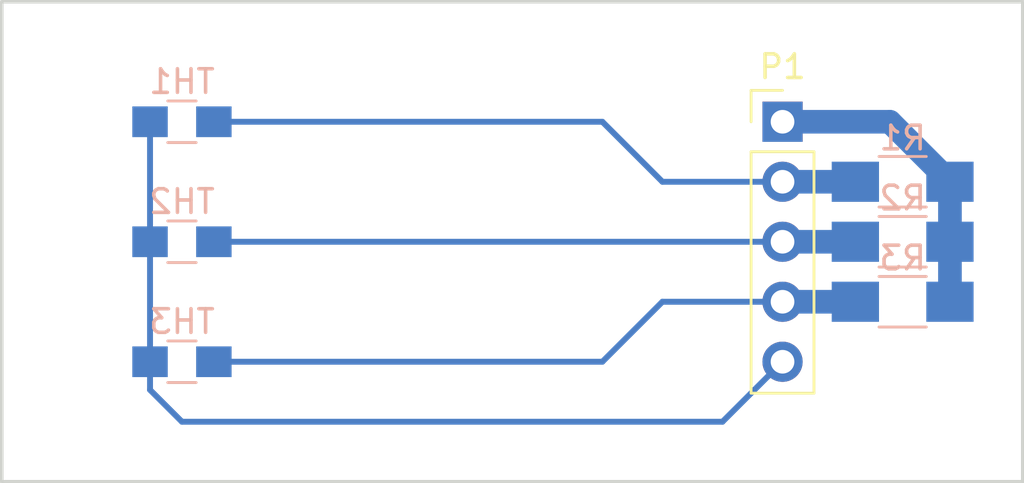
<source format=kicad_pcb>
(kicad_pcb (version 4) (host pcbnew "(2015-12-10 BZR 6367)-product")

  (general
    (links 12)
    (no_connects 0)
    (area 0 0 0 0)
    (thickness 1.6)
    (drawings 4)
    (tracks 20)
    (zones 0)
    (modules 7)
    (nets 6)
  )

  (page A4)
  (layers
    (0 F.Cu signal)
    (31 B.Cu signal)
    (32 B.Adhes user)
    (33 F.Adhes user)
    (34 B.Paste user)
    (35 F.Paste user)
    (36 B.SilkS user)
    (37 F.SilkS user)
    (38 B.Mask user)
    (39 F.Mask user)
    (40 Dwgs.User user)
    (41 Cmts.User user)
    (42 Eco1.User user)
    (43 Eco2.User user)
    (44 Edge.Cuts user)
    (45 Margin user)
    (46 B.CrtYd user)
    (47 F.CrtYd user)
    (48 B.Fab user)
    (49 F.Fab user)
  )

  (setup
    (last_trace_width 0.25)
    (user_trace_width 0.25)
    (user_trace_width 1)
    (trace_clearance 0.2)
    (zone_clearance 0.508)
    (zone_45_only no)
    (trace_min 0.2)
    (segment_width 0.2)
    (edge_width 0.15)
    (via_size 0.6)
    (via_drill 0.4)
    (via_min_size 0.4)
    (via_min_drill 0.3)
    (uvia_size 0.3)
    (uvia_drill 0.1)
    (uvias_allowed no)
    (uvia_min_size 0.2)
    (uvia_min_drill 0.1)
    (pcb_text_width 0.3)
    (pcb_text_size 1.5 1.5)
    (mod_edge_width 0.15)
    (mod_text_size 1 1)
    (mod_text_width 0.15)
    (pad_size 1.524 1.524)
    (pad_drill 0.762)
    (pad_to_mask_clearance 0.2)
    (aux_axis_origin 0 0)
    (visible_elements FFFFFF7F)
    (pcbplotparams
      (layerselection 0x00030_ffffffff)
      (usegerberextensions false)
      (excludeedgelayer true)
      (linewidth 0.100000)
      (plotframeref false)
      (viasonmask false)
      (mode 1)
      (useauxorigin false)
      (hpglpennumber 1)
      (hpglpenspeed 20)
      (hpglpendiameter 15)
      (hpglpenoverlay 2)
      (psnegative false)
      (psa4output false)
      (plotreference true)
      (plotvalue true)
      (plotinvisibletext false)
      (padsonsilk false)
      (subtractmaskfromsilk false)
      (outputformat 1)
      (mirror false)
      (drillshape 1)
      (scaleselection 1)
      (outputdirectory ""))
  )

  (net 0 "")
  (net 1 +5V)
  (net 2 "Net-(P1-Pad2)")
  (net 3 "Net-(P1-Pad3)")
  (net 4 "Net-(P1-Pad4)")
  (net 5 GND)

  (net_class Default "Это класс цепей по умолчанию."
    (clearance 0.2)
    (trace_width 0.25)
    (via_dia 0.6)
    (via_drill 0.4)
    (uvia_dia 0.3)
    (uvia_drill 0.1)
    (add_net +5V)
    (add_net GND)
    (add_net "Net-(P1-Pad2)")
    (add_net "Net-(P1-Pad3)")
    (add_net "Net-(P1-Pad4)")
  )

  (module Pin_Headers:Pin_Header_Straight_1x05_Pitch2.54mm (layer F.Cu) (tedit 58CD4EC1) (tstamp 59187C36)
    (at 202.184 66.04)
    (descr "Through hole straight pin header, 1x05, 2.54mm pitch, single row")
    (tags "Through hole pin header THT 1x05 2.54mm single row")
    (path /59187D4F)
    (fp_text reference P1 (at 0 -2.33) (layer F.SilkS)
      (effects (font (size 1 1) (thickness 0.15)))
    )
    (fp_text value CONN_01X05 (at 0 12.49) (layer F.Fab)
      (effects (font (size 1 1) (thickness 0.15)))
    )
    (fp_line (start -1.27 -1.27) (end -1.27 11.43) (layer F.Fab) (width 0.1))
    (fp_line (start -1.27 11.43) (end 1.27 11.43) (layer F.Fab) (width 0.1))
    (fp_line (start 1.27 11.43) (end 1.27 -1.27) (layer F.Fab) (width 0.1))
    (fp_line (start 1.27 -1.27) (end -1.27 -1.27) (layer F.Fab) (width 0.1))
    (fp_line (start -1.33 1.27) (end -1.33 11.49) (layer F.SilkS) (width 0.12))
    (fp_line (start -1.33 11.49) (end 1.33 11.49) (layer F.SilkS) (width 0.12))
    (fp_line (start 1.33 11.49) (end 1.33 1.27) (layer F.SilkS) (width 0.12))
    (fp_line (start 1.33 1.27) (end -1.33 1.27) (layer F.SilkS) (width 0.12))
    (fp_line (start -1.33 0) (end -1.33 -1.33) (layer F.SilkS) (width 0.12))
    (fp_line (start -1.33 -1.33) (end 0 -1.33) (layer F.SilkS) (width 0.12))
    (fp_line (start -1.8 -1.8) (end -1.8 11.95) (layer F.CrtYd) (width 0.05))
    (fp_line (start -1.8 11.95) (end 1.8 11.95) (layer F.CrtYd) (width 0.05))
    (fp_line (start 1.8 11.95) (end 1.8 -1.8) (layer F.CrtYd) (width 0.05))
    (fp_line (start 1.8 -1.8) (end -1.8 -1.8) (layer F.CrtYd) (width 0.05))
    (fp_text user %R (at 0 -2.33) (layer F.Fab)
      (effects (font (size 1 1) (thickness 0.15)))
    )
    (pad 1 thru_hole rect (at 0 0) (size 1.7 1.7) (drill 1) (layers *.Cu *.Mask)
      (net 1 +5V))
    (pad 2 thru_hole oval (at 0 2.54) (size 1.7 1.7) (drill 1) (layers *.Cu *.Mask)
      (net 2 "Net-(P1-Pad2)"))
    (pad 3 thru_hole oval (at 0 5.08) (size 1.7 1.7) (drill 1) (layers *.Cu *.Mask)
      (net 3 "Net-(P1-Pad3)"))
    (pad 4 thru_hole oval (at 0 7.62) (size 1.7 1.7) (drill 1) (layers *.Cu *.Mask)
      (net 4 "Net-(P1-Pad4)"))
    (pad 5 thru_hole oval (at 0 10.16) (size 1.7 1.7) (drill 1) (layers *.Cu *.Mask)
      (net 5 GND))
    (model ${KISYS3DMOD}/Pin_Headers.3dshapes/Pin_Header_Straight_1x05_Pitch2.54mm.wrl
      (at (xyz 0 -0.2 0))
      (scale (xyz 1 1 1))
      (rotate (xyz 0 0 90))
    )
  )

  (module Resistors_SMD:R_1206_HandSoldering (layer B.Cu) (tedit 58E0A804) (tstamp 59187C3C)
    (at 207.264 68.58 180)
    (descr "Resistor SMD 1206, hand soldering")
    (tags "resistor 1206")
    (path /59187BB3)
    (attr smd)
    (fp_text reference R1 (at 0 1.85 180) (layer B.SilkS)
      (effects (font (size 1 1) (thickness 0.15)) (justify mirror))
    )
    (fp_text value 30 (at 0 -1.9 180) (layer B.Fab)
      (effects (font (size 1 1) (thickness 0.15)) (justify mirror))
    )
    (fp_text user %R (at 0 0 180) (layer B.Fab)
      (effects (font (size 0.7 0.7) (thickness 0.105)) (justify mirror))
    )
    (fp_line (start -1.6 -0.8) (end -1.6 0.8) (layer B.Fab) (width 0.1))
    (fp_line (start 1.6 -0.8) (end -1.6 -0.8) (layer B.Fab) (width 0.1))
    (fp_line (start 1.6 0.8) (end 1.6 -0.8) (layer B.Fab) (width 0.1))
    (fp_line (start -1.6 0.8) (end 1.6 0.8) (layer B.Fab) (width 0.1))
    (fp_line (start 1 -1.07) (end -1 -1.07) (layer B.SilkS) (width 0.12))
    (fp_line (start -1 1.07) (end 1 1.07) (layer B.SilkS) (width 0.12))
    (fp_line (start -3.25 1.11) (end 3.25 1.11) (layer B.CrtYd) (width 0.05))
    (fp_line (start -3.25 1.11) (end -3.25 -1.1) (layer B.CrtYd) (width 0.05))
    (fp_line (start 3.25 -1.1) (end 3.25 1.11) (layer B.CrtYd) (width 0.05))
    (fp_line (start 3.25 -1.1) (end -3.25 -1.1) (layer B.CrtYd) (width 0.05))
    (pad 1 smd rect (at -2 0 180) (size 2 1.7) (layers B.Cu B.Paste B.Mask)
      (net 1 +5V))
    (pad 2 smd rect (at 2 0 180) (size 2 1.7) (layers B.Cu B.Paste B.Mask)
      (net 2 "Net-(P1-Pad2)"))
    (model ${KISYS3DMOD}/Resistors_SMD.3dshapes/R_1206.wrl
      (at (xyz 0 0 0))
      (scale (xyz 1 1 1))
      (rotate (xyz 0 0 0))
    )
  )

  (module Resistors_SMD:R_1206_HandSoldering (layer B.Cu) (tedit 58E0A804) (tstamp 59187C42)
    (at 207.264 71.12 180)
    (descr "Resistor SMD 1206, hand soldering")
    (tags "resistor 1206")
    (path /59187CDD)
    (attr smd)
    (fp_text reference R2 (at 0 1.85 180) (layer B.SilkS)
      (effects (font (size 1 1) (thickness 0.15)) (justify mirror))
    )
    (fp_text value 30 (at 0 -1.9 180) (layer B.Fab)
      (effects (font (size 1 1) (thickness 0.15)) (justify mirror))
    )
    (fp_text user %R (at 0 0 180) (layer B.Fab)
      (effects (font (size 0.7 0.7) (thickness 0.105)) (justify mirror))
    )
    (fp_line (start -1.6 -0.8) (end -1.6 0.8) (layer B.Fab) (width 0.1))
    (fp_line (start 1.6 -0.8) (end -1.6 -0.8) (layer B.Fab) (width 0.1))
    (fp_line (start 1.6 0.8) (end 1.6 -0.8) (layer B.Fab) (width 0.1))
    (fp_line (start -1.6 0.8) (end 1.6 0.8) (layer B.Fab) (width 0.1))
    (fp_line (start 1 -1.07) (end -1 -1.07) (layer B.SilkS) (width 0.12))
    (fp_line (start -1 1.07) (end 1 1.07) (layer B.SilkS) (width 0.12))
    (fp_line (start -3.25 1.11) (end 3.25 1.11) (layer B.CrtYd) (width 0.05))
    (fp_line (start -3.25 1.11) (end -3.25 -1.1) (layer B.CrtYd) (width 0.05))
    (fp_line (start 3.25 -1.1) (end 3.25 1.11) (layer B.CrtYd) (width 0.05))
    (fp_line (start 3.25 -1.1) (end -3.25 -1.1) (layer B.CrtYd) (width 0.05))
    (pad 1 smd rect (at -2 0 180) (size 2 1.7) (layers B.Cu B.Paste B.Mask)
      (net 1 +5V))
    (pad 2 smd rect (at 2 0 180) (size 2 1.7) (layers B.Cu B.Paste B.Mask)
      (net 3 "Net-(P1-Pad3)"))
    (model ${KISYS3DMOD}/Resistors_SMD.3dshapes/R_1206.wrl
      (at (xyz 0 0 0))
      (scale (xyz 1 1 1))
      (rotate (xyz 0 0 0))
    )
  )

  (module Resistors_SMD:R_1206_HandSoldering (layer B.Cu) (tedit 58E0A804) (tstamp 59187C48)
    (at 207.264 73.66 180)
    (descr "Resistor SMD 1206, hand soldering")
    (tags "resistor 1206")
    (path /59187D26)
    (attr smd)
    (fp_text reference R3 (at 0 1.85 180) (layer B.SilkS)
      (effects (font (size 1 1) (thickness 0.15)) (justify mirror))
    )
    (fp_text value 30 (at 0 -1.9 180) (layer B.Fab)
      (effects (font (size 1 1) (thickness 0.15)) (justify mirror))
    )
    (fp_text user %R (at 0 0 180) (layer B.Fab)
      (effects (font (size 0.7 0.7) (thickness 0.105)) (justify mirror))
    )
    (fp_line (start -1.6 -0.8) (end -1.6 0.8) (layer B.Fab) (width 0.1))
    (fp_line (start 1.6 -0.8) (end -1.6 -0.8) (layer B.Fab) (width 0.1))
    (fp_line (start 1.6 0.8) (end 1.6 -0.8) (layer B.Fab) (width 0.1))
    (fp_line (start -1.6 0.8) (end 1.6 0.8) (layer B.Fab) (width 0.1))
    (fp_line (start 1 -1.07) (end -1 -1.07) (layer B.SilkS) (width 0.12))
    (fp_line (start -1 1.07) (end 1 1.07) (layer B.SilkS) (width 0.12))
    (fp_line (start -3.25 1.11) (end 3.25 1.11) (layer B.CrtYd) (width 0.05))
    (fp_line (start -3.25 1.11) (end -3.25 -1.1) (layer B.CrtYd) (width 0.05))
    (fp_line (start 3.25 -1.1) (end 3.25 1.11) (layer B.CrtYd) (width 0.05))
    (fp_line (start 3.25 -1.1) (end -3.25 -1.1) (layer B.CrtYd) (width 0.05))
    (pad 1 smd rect (at -2 0 180) (size 2 1.7) (layers B.Cu B.Paste B.Mask)
      (net 1 +5V))
    (pad 2 smd rect (at 2 0 180) (size 2 1.7) (layers B.Cu B.Paste B.Mask)
      (net 4 "Net-(P1-Pad4)"))
    (model ${KISYS3DMOD}/Resistors_SMD.3dshapes/R_1206.wrl
      (at (xyz 0 0 0))
      (scale (xyz 1 1 1))
      (rotate (xyz 0 0 0))
    )
  )

  (module Resistors_SMD:R_0805_HandSoldering (layer B.Cu) (tedit 58E0A804) (tstamp 59187C4E)
    (at 176.784 66.04 180)
    (descr "Resistor SMD 0805, hand soldering")
    (tags "resistor 0805")
    (path /59187AAE)
    (attr smd)
    (fp_text reference TH1 (at 0 1.7 180) (layer B.SilkS)
      (effects (font (size 1 1) (thickness 0.15)) (justify mirror))
    )
    (fp_text value 47 (at 0 -1.75 180) (layer B.Fab)
      (effects (font (size 1 1) (thickness 0.15)) (justify mirror))
    )
    (fp_text user %R (at 0 0 180) (layer B.Fab)
      (effects (font (size 0.5 0.5) (thickness 0.075)) (justify mirror))
    )
    (fp_line (start -1 -0.62) (end -1 0.62) (layer B.Fab) (width 0.1))
    (fp_line (start 1 -0.62) (end -1 -0.62) (layer B.Fab) (width 0.1))
    (fp_line (start 1 0.62) (end 1 -0.62) (layer B.Fab) (width 0.1))
    (fp_line (start -1 0.62) (end 1 0.62) (layer B.Fab) (width 0.1))
    (fp_line (start 0.6 -0.88) (end -0.6 -0.88) (layer B.SilkS) (width 0.12))
    (fp_line (start -0.6 0.88) (end 0.6 0.88) (layer B.SilkS) (width 0.12))
    (fp_line (start -2.35 0.9) (end 2.35 0.9) (layer B.CrtYd) (width 0.05))
    (fp_line (start -2.35 0.9) (end -2.35 -0.9) (layer B.CrtYd) (width 0.05))
    (fp_line (start 2.35 -0.9) (end 2.35 0.9) (layer B.CrtYd) (width 0.05))
    (fp_line (start 2.35 -0.9) (end -2.35 -0.9) (layer B.CrtYd) (width 0.05))
    (pad 1 smd rect (at -1.35 0 180) (size 1.5 1.3) (layers B.Cu B.Paste B.Mask)
      (net 2 "Net-(P1-Pad2)"))
    (pad 2 smd rect (at 1.35 0 180) (size 1.5 1.3) (layers B.Cu B.Paste B.Mask)
      (net 5 GND))
    (model ${KISYS3DMOD}/Resistors_SMD.3dshapes/R_0805.wrl
      (at (xyz 0 0 0))
      (scale (xyz 1 1 1))
      (rotate (xyz 0 0 0))
    )
  )

  (module Resistors_SMD:R_0805_HandSoldering (layer B.Cu) (tedit 58E0A804) (tstamp 59187C54)
    (at 176.784 71.12 180)
    (descr "Resistor SMD 0805, hand soldering")
    (tags "resistor 0805")
    (path /59187CD7)
    (attr smd)
    (fp_text reference TH2 (at 0 1.7 180) (layer B.SilkS)
      (effects (font (size 1 1) (thickness 0.15)) (justify mirror))
    )
    (fp_text value 47 (at 0 -1.75 180) (layer B.Fab)
      (effects (font (size 1 1) (thickness 0.15)) (justify mirror))
    )
    (fp_text user %R (at 0 0 180) (layer B.Fab)
      (effects (font (size 0.5 0.5) (thickness 0.075)) (justify mirror))
    )
    (fp_line (start -1 -0.62) (end -1 0.62) (layer B.Fab) (width 0.1))
    (fp_line (start 1 -0.62) (end -1 -0.62) (layer B.Fab) (width 0.1))
    (fp_line (start 1 0.62) (end 1 -0.62) (layer B.Fab) (width 0.1))
    (fp_line (start -1 0.62) (end 1 0.62) (layer B.Fab) (width 0.1))
    (fp_line (start 0.6 -0.88) (end -0.6 -0.88) (layer B.SilkS) (width 0.12))
    (fp_line (start -0.6 0.88) (end 0.6 0.88) (layer B.SilkS) (width 0.12))
    (fp_line (start -2.35 0.9) (end 2.35 0.9) (layer B.CrtYd) (width 0.05))
    (fp_line (start -2.35 0.9) (end -2.35 -0.9) (layer B.CrtYd) (width 0.05))
    (fp_line (start 2.35 -0.9) (end 2.35 0.9) (layer B.CrtYd) (width 0.05))
    (fp_line (start 2.35 -0.9) (end -2.35 -0.9) (layer B.CrtYd) (width 0.05))
    (pad 1 smd rect (at -1.35 0 180) (size 1.5 1.3) (layers B.Cu B.Paste B.Mask)
      (net 3 "Net-(P1-Pad3)"))
    (pad 2 smd rect (at 1.35 0 180) (size 1.5 1.3) (layers B.Cu B.Paste B.Mask)
      (net 5 GND))
    (model ${KISYS3DMOD}/Resistors_SMD.3dshapes/R_0805.wrl
      (at (xyz 0 0 0))
      (scale (xyz 1 1 1))
      (rotate (xyz 0 0 0))
    )
  )

  (module Resistors_SMD:R_0805_HandSoldering (layer B.Cu) (tedit 58E0A804) (tstamp 59187C5A)
    (at 176.784 76.2 180)
    (descr "Resistor SMD 0805, hand soldering")
    (tags "resistor 0805")
    (path /59187D20)
    (attr smd)
    (fp_text reference TH3 (at 0 1.7 180) (layer B.SilkS)
      (effects (font (size 1 1) (thickness 0.15)) (justify mirror))
    )
    (fp_text value 47 (at 0 -1.75 180) (layer B.Fab)
      (effects (font (size 1 1) (thickness 0.15)) (justify mirror))
    )
    (fp_text user %R (at 0 0 180) (layer B.Fab)
      (effects (font (size 0.5 0.5) (thickness 0.075)) (justify mirror))
    )
    (fp_line (start -1 -0.62) (end -1 0.62) (layer B.Fab) (width 0.1))
    (fp_line (start 1 -0.62) (end -1 -0.62) (layer B.Fab) (width 0.1))
    (fp_line (start 1 0.62) (end 1 -0.62) (layer B.Fab) (width 0.1))
    (fp_line (start -1 0.62) (end 1 0.62) (layer B.Fab) (width 0.1))
    (fp_line (start 0.6 -0.88) (end -0.6 -0.88) (layer B.SilkS) (width 0.12))
    (fp_line (start -0.6 0.88) (end 0.6 0.88) (layer B.SilkS) (width 0.12))
    (fp_line (start -2.35 0.9) (end 2.35 0.9) (layer B.CrtYd) (width 0.05))
    (fp_line (start -2.35 0.9) (end -2.35 -0.9) (layer B.CrtYd) (width 0.05))
    (fp_line (start 2.35 -0.9) (end 2.35 0.9) (layer B.CrtYd) (width 0.05))
    (fp_line (start 2.35 -0.9) (end -2.35 -0.9) (layer B.CrtYd) (width 0.05))
    (pad 1 smd rect (at -1.35 0 180) (size 1.5 1.3) (layers B.Cu B.Paste B.Mask)
      (net 4 "Net-(P1-Pad4)"))
    (pad 2 smd rect (at 1.35 0 180) (size 1.5 1.3) (layers B.Cu B.Paste B.Mask)
      (net 5 GND))
    (model ${KISYS3DMOD}/Resistors_SMD.3dshapes/R_0805.wrl
      (at (xyz 0 0 0))
      (scale (xyz 1 1 1))
      (rotate (xyz 0 0 0))
    )
  )

  (gr_line (start 169.164 81.28) (end 169.164 60.96) (angle 90) (layer Edge.Cuts) (width 0.15))
  (gr_line (start 212.344 81.28) (end 169.164 81.28) (angle 90) (layer Edge.Cuts) (width 0.15))
  (gr_line (start 212.344 60.96) (end 212.344 81.28) (angle 90) (layer Edge.Cuts) (width 0.15))
  (gr_line (start 169.164 60.96) (end 212.344 60.96) (angle 90) (layer Edge.Cuts) (width 0.15))

  (segment (start 209.264 71.12) (end 209.264 73.66) (width 1) (layer B.Cu) (net 1))
  (segment (start 209.264 68.58) (end 209.264 71.12) (width 1) (layer B.Cu) (net 1))
  (segment (start 202.184 66.04) (end 206.724 66.04) (width 1) (layer B.Cu) (net 1))
  (segment (start 206.724 66.04) (end 209.264 68.58) (width 1) (layer B.Cu) (net 1) (tstamp 59187D45))
  (segment (start 178.134 66.04) (end 194.564 66.04) (width 0.25) (layer B.Cu) (net 2))
  (segment (start 197.104 68.58) (end 202.184 68.58) (width 0.25) (layer B.Cu) (net 2) (tstamp 59187D6E))
  (segment (start 194.564 66.04) (end 197.104 68.58) (width 0.25) (layer B.Cu) (net 2) (tstamp 59187D69))
  (segment (start 202.184 68.58) (end 205.264 68.58) (width 1) (layer B.Cu) (net 2))
  (segment (start 178.134 71.12) (end 202.184 71.12) (width 0.25) (layer B.Cu) (net 3))
  (segment (start 202.184 71.12) (end 205.264 71.12) (width 1) (layer B.Cu) (net 3))
  (segment (start 178.134 76.2) (end 194.564 76.2) (width 0.25) (layer B.Cu) (net 4))
  (segment (start 197.104 73.66) (end 202.184 73.66) (width 0.25) (layer B.Cu) (net 4) (tstamp 59187D77))
  (segment (start 194.564 76.2) (end 197.104 73.66) (width 0.25) (layer B.Cu) (net 4) (tstamp 59187D75))
  (segment (start 202.184 73.66) (end 205.264 73.66) (width 1) (layer B.Cu) (net 4))
  (segment (start 175.434 76.2) (end 175.434 77.39) (width 0.25) (layer B.Cu) (net 5))
  (segment (start 199.644 78.74) (end 202.184 76.2) (width 0.25) (layer B.Cu) (net 5) (tstamp 59187D65))
  (segment (start 176.784 78.74) (end 199.644 78.74) (width 0.25) (layer B.Cu) (net 5) (tstamp 59187D60))
  (segment (start 175.434 77.39) (end 176.784 78.74) (width 0.25) (layer B.Cu) (net 5) (tstamp 59187D5F))
  (segment (start 175.434 66.04) (end 175.434 71.12) (width 0.25) (layer B.Cu) (net 5))
  (segment (start 175.434 71.12) (end 175.434 76.2) (width 0.25) (layer B.Cu) (net 5) (tstamp 59187D53))

)

</source>
